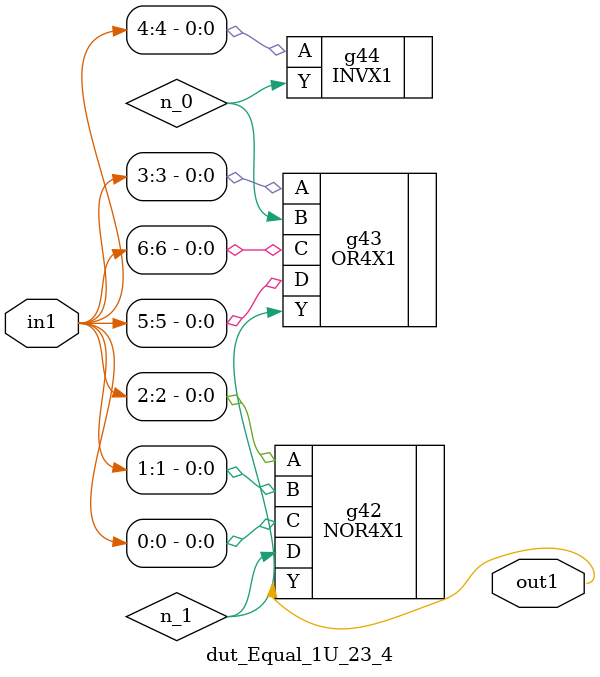
<source format=v>
`timescale 1ps / 1ps


module dut_Equal_1U_23_4(in1, out1);
  input [6:0] in1;
  output out1;
  wire [6:0] in1;
  wire out1;
  wire n_0, n_1;
  NOR4X1 g42(.A (in1[2]), .B (in1[1]), .C (in1[0]), .D (n_1), .Y
       (out1));
  OR4X1 g43(.A (in1[3]), .B (n_0), .C (in1[6]), .D (in1[5]), .Y (n_1));
  INVX1 g44(.A (in1[4]), .Y (n_0));
endmodule



</source>
